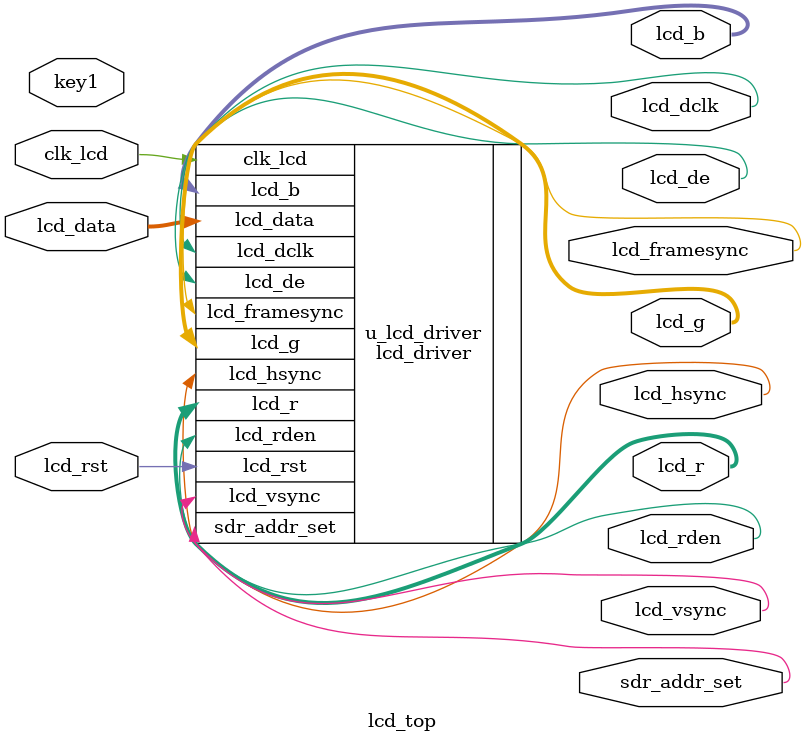
<source format=v>
/*-------------------------------------------------------------------------
Filename			:		lcd_top.v
==========================================================================*/
module lcd_top
(  	
	//global clock
	input			clk_lcd,			//system clock
	input			lcd_rst,     	//sync reset
	input       key1,          //key1
	
	//lcd interface
	output			lcd_dclk,   	//lcd pixel clock
	output			lcd_de,		   //lcd blank
	output			lcd_hsync,	  	//lcd horizontal sync
	output			lcd_vsync,	   //lcd vertical sync
	output	[7:0]	lcd_r,		   //lcd display data
	output	[7:0]	lcd_g,		   //lcd display data	
	output	[7:0]	lcd_b,		   //lcd display data
	
	//user interface
	output			   lcd_rden,	//lcd data request
	output            sdr_addr_set,
	output			   lcd_framesync,	//lcd frame sync
	input  	[95:0]	lcd_data	      //lcd data 96bit
);	  


//-------------------------------------
lcd_driver u_lcd_driver
(
	//global clock
	.clk_lcd			(clk_lcd),		
	.lcd_rst			(lcd_rst), 
	
	 //lcd interface
	.lcd_dclk		(lcd_dclk),
	.lcd_de		   (lcd_de),
	.lcd_hsync		(lcd_hsync),		    	
	.lcd_vsync		(lcd_vsync),
	.lcd_r			(lcd_r),	
	.lcd_g			(lcd_g),	
	.lcd_b			(lcd_b),		
	
	//user interface
	.lcd_rden   	(lcd_rden),
	.lcd_framesync	(lcd_framesync),
	.lcd_data	   (lcd_data),	
	.sdr_addr_set	(sdr_addr_set)	
	
	
);

endmodule



</source>
